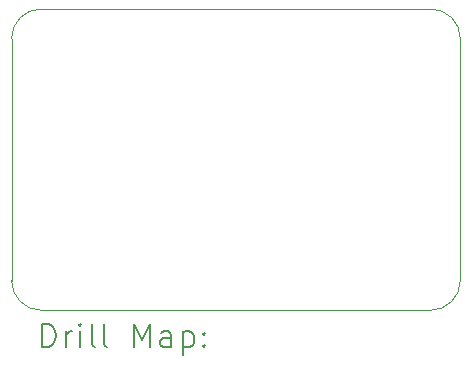
<source format=gbr>
%TF.GenerationSoftware,KiCad,Pcbnew,8.0.5-8.0.5-0~ubuntu20.04.1*%
%TF.CreationDate,2025-01-24T13:48:23+00:00*%
%TF.ProjectId,wchlinke-tagconnect,7763686c-696e-46b6-952d-746167636f6e,rev?*%
%TF.SameCoordinates,Original*%
%TF.FileFunction,Drillmap*%
%TF.FilePolarity,Positive*%
%FSLAX45Y45*%
G04 Gerber Fmt 4.5, Leading zero omitted, Abs format (unit mm)*
G04 Created by KiCad (PCBNEW 8.0.5-8.0.5-0~ubuntu20.04.1) date 2025-01-24 13:48:23*
%MOMM*%
%LPD*%
G01*
G04 APERTURE LIST*
%ADD10C,0.050000*%
%ADD11C,0.200000*%
G04 APERTURE END LIST*
D10*
X2750000Y-5300000D02*
G75*
G02*
X2500000Y-5050000I0J250000D01*
G01*
X2500000Y-3000000D02*
G75*
G02*
X2750000Y-2750000I250000J0D01*
G01*
X2500000Y-5050000D02*
X2500000Y-3000000D01*
X2750000Y-5300000D02*
X6050000Y-5300000D01*
X6300000Y-5050000D02*
X6300000Y-3000000D01*
X6300000Y-5050000D02*
G75*
G02*
X6050000Y-5300000I-250000J0D01*
G01*
X6050000Y-2750000D02*
X2750000Y-2750000D01*
X6050000Y-2750000D02*
G75*
G02*
X6300000Y-3000000I0J-250000D01*
G01*
D11*
X2758277Y-5613984D02*
X2758277Y-5413984D01*
X2758277Y-5413984D02*
X2805896Y-5413984D01*
X2805896Y-5413984D02*
X2834467Y-5423508D01*
X2834467Y-5423508D02*
X2853515Y-5442555D01*
X2853515Y-5442555D02*
X2863039Y-5461603D01*
X2863039Y-5461603D02*
X2872562Y-5499698D01*
X2872562Y-5499698D02*
X2872562Y-5528270D01*
X2872562Y-5528270D02*
X2863039Y-5566365D01*
X2863039Y-5566365D02*
X2853515Y-5585412D01*
X2853515Y-5585412D02*
X2834467Y-5604460D01*
X2834467Y-5604460D02*
X2805896Y-5613984D01*
X2805896Y-5613984D02*
X2758277Y-5613984D01*
X2958277Y-5613984D02*
X2958277Y-5480650D01*
X2958277Y-5518746D02*
X2967801Y-5499698D01*
X2967801Y-5499698D02*
X2977324Y-5490174D01*
X2977324Y-5490174D02*
X2996372Y-5480650D01*
X2996372Y-5480650D02*
X3015420Y-5480650D01*
X3082086Y-5613984D02*
X3082086Y-5480650D01*
X3082086Y-5413984D02*
X3072562Y-5423508D01*
X3072562Y-5423508D02*
X3082086Y-5433031D01*
X3082086Y-5433031D02*
X3091610Y-5423508D01*
X3091610Y-5423508D02*
X3082086Y-5413984D01*
X3082086Y-5413984D02*
X3082086Y-5433031D01*
X3205896Y-5613984D02*
X3186848Y-5604460D01*
X3186848Y-5604460D02*
X3177324Y-5585412D01*
X3177324Y-5585412D02*
X3177324Y-5413984D01*
X3310658Y-5613984D02*
X3291610Y-5604460D01*
X3291610Y-5604460D02*
X3282086Y-5585412D01*
X3282086Y-5585412D02*
X3282086Y-5413984D01*
X3539229Y-5613984D02*
X3539229Y-5413984D01*
X3539229Y-5413984D02*
X3605896Y-5556841D01*
X3605896Y-5556841D02*
X3672562Y-5413984D01*
X3672562Y-5413984D02*
X3672562Y-5613984D01*
X3853515Y-5613984D02*
X3853515Y-5509222D01*
X3853515Y-5509222D02*
X3843991Y-5490174D01*
X3843991Y-5490174D02*
X3824943Y-5480650D01*
X3824943Y-5480650D02*
X3786848Y-5480650D01*
X3786848Y-5480650D02*
X3767801Y-5490174D01*
X3853515Y-5604460D02*
X3834467Y-5613984D01*
X3834467Y-5613984D02*
X3786848Y-5613984D01*
X3786848Y-5613984D02*
X3767801Y-5604460D01*
X3767801Y-5604460D02*
X3758277Y-5585412D01*
X3758277Y-5585412D02*
X3758277Y-5566365D01*
X3758277Y-5566365D02*
X3767801Y-5547317D01*
X3767801Y-5547317D02*
X3786848Y-5537793D01*
X3786848Y-5537793D02*
X3834467Y-5537793D01*
X3834467Y-5537793D02*
X3853515Y-5528270D01*
X3948753Y-5480650D02*
X3948753Y-5680650D01*
X3948753Y-5490174D02*
X3967801Y-5480650D01*
X3967801Y-5480650D02*
X4005896Y-5480650D01*
X4005896Y-5480650D02*
X4024943Y-5490174D01*
X4024943Y-5490174D02*
X4034467Y-5499698D01*
X4034467Y-5499698D02*
X4043991Y-5518746D01*
X4043991Y-5518746D02*
X4043991Y-5575889D01*
X4043991Y-5575889D02*
X4034467Y-5594936D01*
X4034467Y-5594936D02*
X4024943Y-5604460D01*
X4024943Y-5604460D02*
X4005896Y-5613984D01*
X4005896Y-5613984D02*
X3967801Y-5613984D01*
X3967801Y-5613984D02*
X3948753Y-5604460D01*
X4129705Y-5594936D02*
X4139229Y-5604460D01*
X4139229Y-5604460D02*
X4129705Y-5613984D01*
X4129705Y-5613984D02*
X4120182Y-5604460D01*
X4120182Y-5604460D02*
X4129705Y-5594936D01*
X4129705Y-5594936D02*
X4129705Y-5613984D01*
X4129705Y-5490174D02*
X4139229Y-5499698D01*
X4139229Y-5499698D02*
X4129705Y-5509222D01*
X4129705Y-5509222D02*
X4120182Y-5499698D01*
X4120182Y-5499698D02*
X4129705Y-5490174D01*
X4129705Y-5490174D02*
X4129705Y-5509222D01*
M02*

</source>
